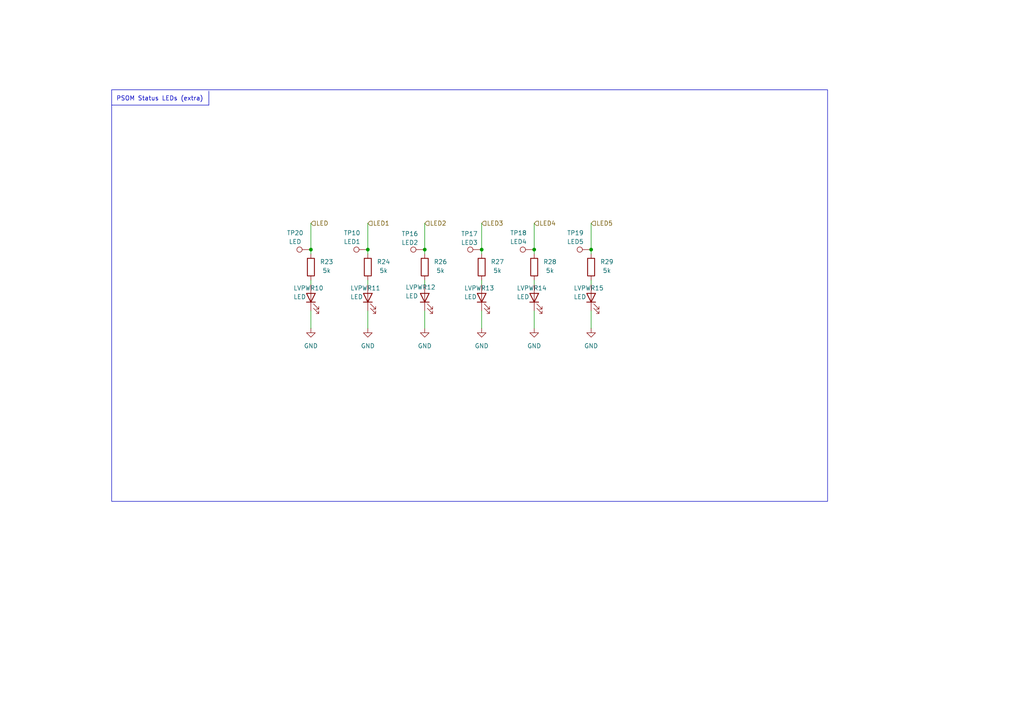
<source format=kicad_sch>
(kicad_sch (version 20250114) (generator "eeschema") (generator_version "9.0")
  (paper "A4")
  (lib_symbols
    (symbol "Connector:TestPoint" (pin_numbers (hide yes)) (pin_names (offset 0.762) (hide yes))
      (property "Reference" "TP" (at 0 6.858 0))
      (property "Value" "TestPoint" (at 0 5.08 0))
      (symbol "TestPoint_0_1"
        (circle (center 0 3.302) (radius 0.762))
      )
      (symbol "TestPoint_1_1"
        (pin passive line (at 0 0 90) (length 2.54) (name "1") (number "1"))
      )
    )
    (symbol "Device:LED" (pin_numbers (hide yes)) (pin_names (offset 1.016) (hide yes))
      (property "Reference" "D" (at 0 2.54 0))
      (property "Value" "LED" (at 0 -2.54 0))
      (symbol "LED_0_1"
        (polyline (pts (xy -3.048 -0.762) (xy -4.572 -2.286) (xy -3.81 -2.286) (xy -4.572 -2.286) (xy -4.572 -1.524)))
        (polyline (pts (xy -1.778 -0.762) (xy -3.302 -2.286) (xy -2.54 -2.286) (xy -3.302 -2.286) (xy -3.302 -1.524)))
        (polyline (pts (xy -1.27 0) (xy 1.27 0)))
        (polyline (pts (xy -1.27 -1.27) (xy -1.27 1.27)) (stroke (width 0.254)))
        (polyline (pts (xy 1.27 -1.27) (xy 1.27 1.27) (xy -1.27 0) (xy 1.27 -1.27)) (stroke (width 0.254)))
      )
      (symbol "LED_1_1"
        (pin passive line (at -3.81 0 0) (length 2.54) (name "K") (number "1"))
        (pin passive line (at 3.81 0 180) (length 2.54) (name "A") (number "2"))
      )
    )
    (symbol "Device:R" (pin_numbers (hide yes)) (pin_names (offset 0))
      (property "Reference" "R" (at 2.032 0 90))
      (property "Value" "R" (at 0 0 90))
      (symbol "R_0_1"
        (rectangle (start -1.016 -2.54) (end 1.016 2.54) (stroke (width 0.254)))
      )
      (symbol "R_1_1"
        (pin passive line (at 0 3.81 270) (length 1.27) (name "~") (number "1"))
        (pin passive line (at 0 -3.81 90) (length 1.27) (name "~") (number "2"))
      )
    )
    (symbol "power:GND" (power) (pin_numbers (hide yes)) (pin_names (offset 0) (hide yes))
      (property "Value" "GND" (at 0 -3.81 0))
      (symbol "GND_0_1"
        (polyline (pts (xy 0 0) (xy 0 -1.27) (xy 1.27 -1.27) (xy 0 -2.54) (xy -1.27 -1.27) (xy 0 -1.27)))
      )
      (symbol "GND_1_1"
        (pin power_in line (at 0 0 270) (length 0) (name "~") (number "1"))
      )
    )
  )
  (rectangle (start 32.385 26.035) (end 240.03 145.415))
  (text "PSOM Status LEDs (extra)" (at 46.355 28.702 0) (effects (font (size 1.27 1.27))))
  (junction (at 106.68 72.39))
  (junction (at 123.19 72.39))
  (junction (at 154.94 72.39))
  (junction (at 171.45 72.39))
  (junction (at 139.7 72.39))
  (junction (at 90.17 72.39))
  (wire (pts (xy 106.68 81.28) (xy 106.68 82.55)))
  (wire (pts (xy 171.45 90.17) (xy 171.45 95.25)))
  (wire (pts (xy 154.94 81.28) (xy 154.94 82.55)))
  (wire (pts (xy 123.19 81.28) (xy 123.19 82.55)))
  (wire (pts (xy 139.7 81.28) (xy 139.7 82.55)))
  (wire (pts (xy 171.45 81.28) (xy 171.45 82.55)))
  (wire (pts (xy 123.19 64.77) (xy 123.19 72.39)))
  (wire (pts (xy 139.7 64.77) (xy 139.7 72.39)))
  (wire (pts (xy 106.68 64.77) (xy 106.68 72.39)))
  (wire (pts (xy 90.17 81.28) (xy 90.17 82.55)))
  (polyline (pts (xy 32.385 30.48) (xy 60.579 30.48)))
  (wire (pts (xy 123.19 90.17) (xy 123.19 95.25)))
  (wire (pts (xy 139.7 90.17) (xy 139.7 95.25)))
  (wire (pts (xy 90.17 64.77) (xy 90.17 72.39)))
  (wire (pts (xy 123.19 72.39) (xy 123.19 73.66)))
  (wire (pts (xy 171.45 64.77) (xy 171.45 72.39)))
  (wire (pts (xy 90.17 90.17) (xy 90.17 95.25)))
  (wire (pts (xy 106.68 72.39) (xy 106.68 73.66)))
  (wire (pts (xy 171.45 72.39) (xy 171.45 73.66)))
  (wire (pts (xy 154.94 90.17) (xy 154.94 95.25)))
  (wire (pts (xy 90.17 72.39) (xy 90.17 73.66)))
  (wire (pts (xy 106.68 90.17) (xy 106.68 95.25)))
  (wire (pts (xy 154.94 64.77) (xy 154.94 72.39)))
  (wire (pts (xy 154.94 72.39) (xy 154.94 73.66)))
  (wire (pts (xy 139.7 72.39) (xy 139.7 73.66)))
  (polyline (pts (xy 60.579 26.416) (xy 60.579 30.48)))
  (hierarchical_label "LED3" (shape input) (at 139.7 64.77 0))
  (hierarchical_label "LED" (shape input) (at 90.17 64.77 0))
  (hierarchical_label "LED1" (shape input) (at 106.68 64.77 0))
  (hierarchical_label "LED4" (shape input) (at 154.94 64.77 0))
  (hierarchical_label "LED5" (shape input) (at 171.45 64.77 0))
  (hierarchical_label "LED2" (shape input) (at 123.19 64.77 0))
  (symbol (lib_id "power:GND") (at 123.19 95.25 0) (unit 1)
    (property "Reference" "#PWR049" (effects (hide yes)))
    (property "Value" "GND" (at 123.19 100.33 0))
    (property "Description" "Power symbol creates a global label with name \"GND\" , ground" (effects (hide yes)))
  )
  (symbol (lib_id "Device:LED") (at 106.68 86.36 90) (unit 1)
    (property "Reference" "LVPWR11" (at 101.6 83.566 90) (effects (justify right)))
    (property "Value" "LED" (at 101.6 86.106 90) (effects (justify right)))
    (property "Footprint" "LED_SMD:LED_0603_1608Metric" (effects (hide yes)))
    (property "Description" "Light emitting diode" (effects (hide yes)))
    (property "Sim.Pins" "1=K 2=A" (effects (hide yes)))
  )
  (symbol (lib_id "power:GND") (at 171.45 95.25 0) (unit 1)
    (property "Reference" "#PWR053" (effects (hide yes)))
    (property "Value" "GND" (at 171.45 100.33 0))
    (property "Description" "Power symbol creates a global label with name \"GND\" , ground" (effects (hide yes)))
  )
  (symbol (lib_id "Connector:TestPoint") (at 154.94 72.39 90) (unit 1)
    (property "Reference" "TP18" (at 150.368 67.564 90))
    (property "Value" "LED4" (at 150.368 70.104 90))
    (property "Description" "test point" (effects (hide yes)))
  )
  (symbol (lib_id "Device:R") (at 106.68 77.47 180) (unit 1)
    (property "Reference" "R24" (at 111.252 75.946 0))
    (property "Value" "5k" (at 111.252 78.486 0))
    (property "Description" "Resistor" (effects (hide yes)))
  )
  (symbol (lib_id "Device:LED") (at 139.7 86.36 90) (unit 1)
    (property "Reference" "LVPWR13" (at 134.62 83.566 90) (effects (justify right)))
    (property "Value" "LED" (at 134.62 86.106 90) (effects (justify right)))
    (property "Footprint" "LED_SMD:LED_0603_1608Metric" (effects (hide yes)))
    (property "Description" "Light emitting diode" (effects (hide yes)))
    (property "Sim.Pins" "1=K 2=A" (effects (hide yes)))
  )
  (symbol (lib_id "Connector:TestPoint") (at 106.68 72.39 90) (unit 1)
    (property "Reference" "TP10" (at 102.108 67.564 90))
    (property "Value" "LED1" (at 102.108 70.104 90))
    (property "Description" "test point" (effects (hide yes)))
  )
  (symbol (lib_id "Connector:TestPoint") (at 123.19 72.39 90) (unit 1)
    (property "Reference" "TP16" (at 118.872 67.818 90))
    (property "Value" "LED2" (at 118.872 70.358 90))
    (property "Description" "test point" (effects (hide yes)))
  )
  (symbol (lib_id "Connector:TestPoint") (at 139.7 72.39 90) (unit 1)
    (property "Reference" "TP17" (at 136.144 67.818 90))
    (property "Value" "LED3" (at 136.144 70.358 90))
    (property "Description" "test point" (effects (hide yes)))
  )
  (symbol (lib_id "Device:LED") (at 154.94 86.36 90) (unit 1)
    (property "Reference" "LVPWR14" (at 149.86 83.566 90) (effects (justify right)))
    (property "Value" "LED" (at 149.86 86.106 90) (effects (justify right)))
    (property "Footprint" "LED_SMD:LED_0603_1608Metric" (effects (hide yes)))
    (property "Description" "Light emitting diode" (effects (hide yes)))
    (property "Sim.Pins" "1=K 2=A" (effects (hide yes)))
  )
  (symbol (lib_id "Device:LED") (at 171.45 86.36 90) (unit 1)
    (property "Reference" "LVPWR15" (at 166.37 83.566 90) (effects (justify right)))
    (property "Value" "LED" (at 166.37 86.106 90) (effects (justify right)))
    (property "Footprint" "LED_SMD:LED_0603_1608Metric" (effects (hide yes)))
    (property "Description" "Light emitting diode" (effects (hide yes)))
    (property "Sim.Pins" "1=K 2=A" (effects (hide yes)))
  )
  (symbol (lib_id "Connector:TestPoint") (at 171.45 72.39 90) (unit 1)
    (property "Reference" "TP19" (at 166.878 67.564 90))
    (property "Value" "LED5" (at 166.878 70.104 90))
    (property "Description" "test point" (effects (hide yes)))
  )
  (symbol (lib_id "Connector:TestPoint") (at 90.17 72.39 90) (unit 1)
    (property "Reference" "TP20" (at 85.598 67.564 90))
    (property "Value" "LED" (at 85.598 70.104 90))
    (property "Description" "test point" (effects (hide yes)))
  )
  (symbol (lib_id "power:GND") (at 106.68 95.25 0) (unit 1)
    (property "Reference" "#PWR045" (effects (hide yes)))
    (property "Value" "GND" (at 106.68 100.33 0))
    (property "Description" "Power symbol creates a global label with name \"GND\" , ground" (effects (hide yes)))
  )
  (symbol (lib_id "Device:R") (at 171.45 77.47 180) (unit 1)
    (property "Reference" "R29" (at 176.022 75.946 0))
    (property "Value" "5k" (at 176.022 78.486 0))
    (property "Description" "Resistor" (effects (hide yes)))
  )
  (symbol (lib_id "Device:R") (at 90.17 77.47 180) (unit 1)
    (property "Reference" "R23" (at 94.742 75.946 0))
    (property "Value" "5k" (at 94.742 78.486 0))
    (property "Description" "Resistor" (effects (hide yes)))
  )
  (symbol (lib_id "power:GND") (at 139.7 95.25 0) (unit 1)
    (property "Reference" "#PWR051" (effects (hide yes)))
    (property "Value" "GND" (at 139.7 100.33 0))
    (property "Description" "Power symbol creates a global label with name \"GND\" , ground" (effects (hide yes)))
  )
  (symbol (lib_id "power:GND") (at 154.94 95.25 0) (unit 1)
    (property "Reference" "#PWR052" (effects (hide yes)))
    (property "Value" "GND" (at 154.94 100.33 0))
    (property "Description" "Power symbol creates a global label with name \"GND\" , ground" (effects (hide yes)))
  )
  (symbol (lib_id "Device:LED") (at 123.19 86.36 90) (unit 1)
    (property "Reference" "LVPWR12" (at 117.602 83.312 90) (effects (justify right)))
    (property "Value" "LED" (at 117.602 85.852 90) (effects (justify right)))
    (property "Footprint" "LED_SMD:LED_0603_1608Metric" (effects (hide yes)))
    (property "Description" "Light emitting diode" (effects (hide yes)))
    (property "Sim.Pins" "1=K 2=A" (effects (hide yes)))
  )
  (symbol (lib_id "Device:R") (at 123.19 77.47 180) (unit 1)
    (property "Reference" "R26" (at 127.762 75.946 0))
    (property "Value" "5k" (at 127.762 78.486 0))
    (property "Description" "Resistor" (effects (hide yes)))
  )
  (symbol (lib_id "Device:LED") (at 90.17 86.36 90) (unit 1)
    (property "Reference" "LVPWR10" (at 85.09 83.566 90) (effects (justify right)))
    (property "Value" "LED" (at 85.09 86.106 90) (effects (justify right)))
    (property "Footprint" "LED_SMD:LED_0603_1608Metric" (effects (hide yes)))
    (property "Description" "Light emitting diode" (effects (hide yes)))
    (property "Sim.Pins" "1=K 2=A" (effects (hide yes)))
  )
  (symbol (lib_id "Device:R") (at 139.7 77.47 180) (unit 1)
    (property "Reference" "R27" (at 144.272 75.946 0))
    (property "Value" "5k" (at 144.272 78.486 0))
    (property "Description" "Resistor" (effects (hide yes)))
  )
  (symbol (lib_id "power:GND") (at 90.17 95.25 0) (unit 1)
    (property "Reference" "#PWR025" (effects (hide yes)))
    (property "Value" "GND" (at 90.17 100.33 0))
    (property "Description" "Power symbol creates a global label with name \"GND\" , ground" (effects (hide yes)))
  )
  (symbol (lib_id "Device:R") (at 154.94 77.47 180) (unit 1)
    (property "Reference" "R28" (at 159.512 75.946 0))
    (property "Value" "5k" (at 159.512 78.486 0))
    (property "Description" "Resistor" (effects (hide yes)))
  )
)
</source>
